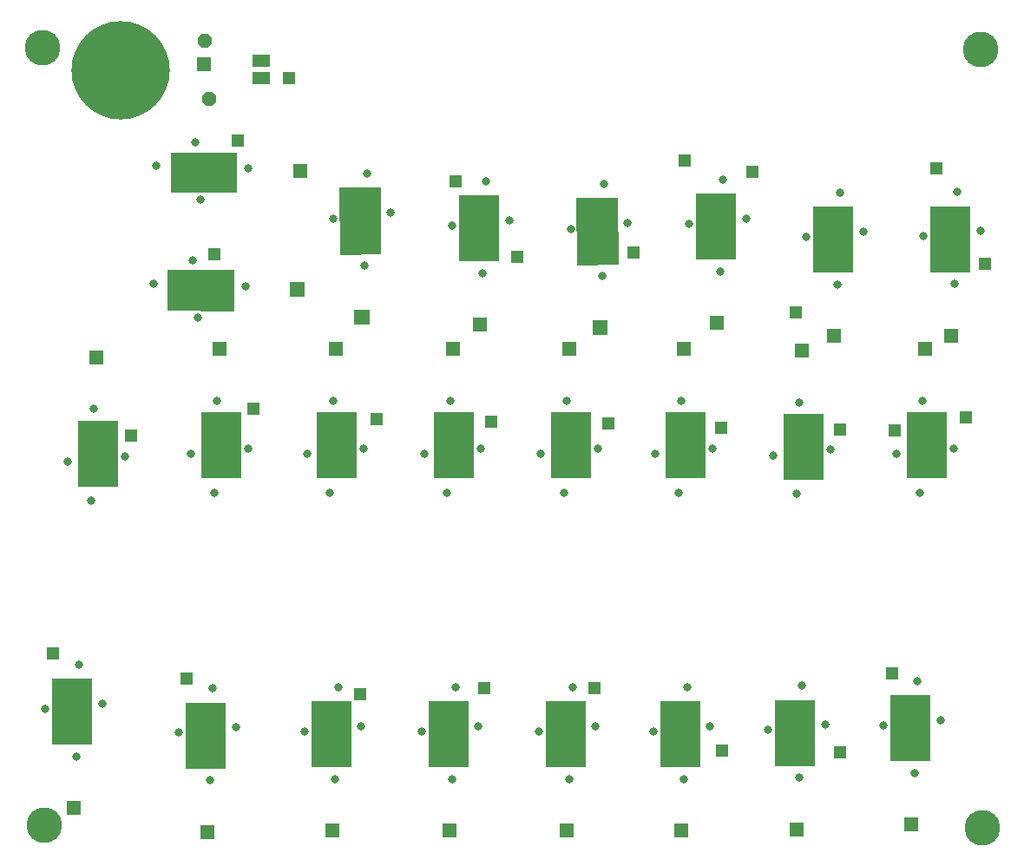
<source format=gts>
G75*
%MOIN*%
%OFA0B0*%
%FSLAX25Y25*%
%IPPOS*%
%LPD*%
%AMOC8*
5,1,8,0,0,1.08239X$1,22.5*
%
%ADD10C,0.13635*%
%ADD11C,0.37808*%
%ADD12R,0.15800X0.25800*%
%ADD13R,0.05792X0.05792*%
%ADD14C,0.03162*%
%ADD15R,0.25800X0.15800*%
%ADD16R,0.05792X0.05792*%
%ADD17R,0.06509X0.04737*%
%ADD18R,0.04762X0.04762*%
%ADD19OC8,0.05550*%
%ADD20R,0.05550X0.05550*%
D10*
X0017102Y0014346D03*
X0016315Y0313244D03*
X0376669Y0312457D03*
X0377457Y0013559D03*
D11*
X0046472Y0304622D03*
D12*
X0184083Y0243709D03*
X0275106Y0244378D03*
X0320106Y0239378D03*
X0365106Y0239575D03*
X0356106Y0160378D03*
X0308744Y0159787D03*
X0263350Y0160378D03*
X0219335Y0160378D03*
X0174531Y0160378D03*
X0129531Y0160378D03*
X0085122Y0160378D03*
X0037760Y0157268D03*
X0027862Y0058118D03*
X0079201Y0048984D03*
X0127350Y0049378D03*
X0172350Y0049378D03*
X0217350Y0049378D03*
X0261366Y0049378D03*
X0305579Y0049969D03*
X0349791Y0051661D03*
D13*
X0350291Y0014661D03*
X0306079Y0012969D03*
X0261866Y0012378D03*
X0217850Y0012378D03*
X0172850Y0012378D03*
X0127850Y0012378D03*
X0079701Y0011984D03*
X0028362Y0021118D03*
X0037260Y0194268D03*
X0084622Y0197378D03*
X0129031Y0197378D03*
X0174031Y0197378D03*
X0184583Y0206709D03*
X0218835Y0197378D03*
X0262850Y0197378D03*
X0275606Y0207378D03*
X0308244Y0196787D03*
X0320606Y0202378D03*
X0355606Y0197378D03*
X0365606Y0202575D03*
X0115331Y0265685D03*
D14*
X0095488Y0266709D03*
X0077220Y0254819D03*
X0060213Y0267811D03*
X0075173Y0276748D03*
X0128168Y0247646D03*
X0141101Y0264699D03*
X0150090Y0249770D03*
X0140121Y0229420D03*
X0173717Y0244819D03*
X0185606Y0226551D03*
X0195646Y0246866D03*
X0186709Y0261827D03*
X0219296Y0243629D03*
X0232079Y0260794D03*
X0241198Y0245944D03*
X0264740Y0245488D03*
X0277732Y0262496D03*
X0286669Y0247535D03*
X0276630Y0227220D03*
X0309740Y0240488D03*
X0322732Y0257496D03*
X0331669Y0242535D03*
X0354740Y0240685D03*
X0367732Y0257693D03*
X0376669Y0242732D03*
X0366630Y0222417D03*
X0321630Y0222220D03*
X0307220Y0176945D03*
X0319110Y0158677D03*
X0306118Y0141669D03*
X0297181Y0156630D03*
X0273717Y0159268D03*
X0260724Y0142260D03*
X0251787Y0157220D03*
X0229701Y0159268D03*
X0216709Y0142260D03*
X0207772Y0157220D03*
X0217811Y0177535D03*
X0184898Y0159268D03*
X0171906Y0142260D03*
X0162969Y0157220D03*
X0173008Y0177535D03*
X0139898Y0159268D03*
X0126906Y0142260D03*
X0117969Y0157220D03*
X0095488Y0159268D03*
X0082496Y0142260D03*
X0073559Y0157220D03*
X0083598Y0177535D03*
X0048126Y0156157D03*
X0035134Y0139150D03*
X0026197Y0154110D03*
X0036236Y0174425D03*
X0076095Y0209522D03*
X0059110Y0222544D03*
X0074086Y0231455D03*
X0094383Y0221380D03*
X0128008Y0177535D03*
X0231408Y0225508D03*
X0261827Y0177535D03*
X0344543Y0157220D03*
X0353480Y0142260D03*
X0366472Y0159268D03*
X0354583Y0177535D03*
X0352417Y0069780D03*
X0361354Y0054819D03*
X0339425Y0052772D03*
X0351315Y0034504D03*
X0317142Y0053126D03*
X0308205Y0068087D03*
X0295213Y0051079D03*
X0307102Y0032811D03*
X0272929Y0052535D03*
X0263992Y0067496D03*
X0251000Y0050488D03*
X0228913Y0052535D03*
X0219976Y0067496D03*
X0206984Y0050488D03*
X0218874Y0032220D03*
X0183913Y0052535D03*
X0174976Y0067496D03*
X0161984Y0050488D03*
X0173874Y0032220D03*
X0138913Y0052535D03*
X0129976Y0067496D03*
X0116984Y0050488D03*
X0128874Y0032220D03*
X0090764Y0052142D03*
X0081827Y0067102D03*
X0068835Y0050094D03*
X0080724Y0031827D03*
X0039425Y0061276D03*
X0030488Y0076236D03*
X0017496Y0059228D03*
X0029386Y0040961D03*
X0262890Y0032220D03*
D15*
G36*
X0064337Y0227809D02*
X0090136Y0227764D01*
X0090109Y0211965D01*
X0064310Y0212010D01*
X0064337Y0227809D01*
G37*
X0078331Y0265185D03*
G36*
X0146392Y0259499D02*
X0146482Y0233700D01*
X0130684Y0233645D01*
X0130594Y0259444D01*
X0146392Y0259499D01*
G37*
G36*
X0237416Y0255640D02*
X0237732Y0229843D01*
X0221934Y0229650D01*
X0221618Y0255447D01*
X0237416Y0255640D01*
G37*
D16*
G36*
X0227696Y0208514D02*
X0233487Y0208585D01*
X0233558Y0202794D01*
X0227767Y0202723D01*
X0227696Y0208514D01*
G37*
G36*
X0136261Y0212459D02*
X0142052Y0212480D01*
X0142073Y0206689D01*
X0136282Y0206668D01*
X0136261Y0212459D01*
G37*
G36*
X0111323Y0217432D02*
X0111334Y0223223D01*
X0117125Y0223212D01*
X0117114Y0217421D01*
X0111323Y0217432D01*
G37*
D17*
X0100409Y0301630D03*
X0100409Y0308087D03*
D18*
X0111039Y0301472D03*
X0091551Y0277457D03*
X0082299Y0233953D03*
X0097457Y0174504D03*
X0144898Y0170370D03*
X0188795Y0169386D03*
X0233705Y0168823D03*
X0276984Y0167024D03*
X0322850Y0166630D03*
X0343717Y0166236D03*
X0371276Y0171157D03*
X0305724Y0211512D03*
X0243323Y0234346D03*
X0263008Y0269976D03*
X0289189Y0265449D03*
X0359661Y0266827D03*
X0378362Y0230016D03*
X0198638Y0232969D03*
X0175016Y0261906D03*
X0050409Y0164071D03*
X0020488Y0080409D03*
X0071669Y0070961D03*
X0138402Y0064661D03*
X0186039Y0067220D03*
X0228362Y0067024D03*
X0277575Y0043205D03*
X0322850Y0042614D03*
X0342732Y0072732D03*
D19*
X0080331Y0293598D03*
X0078953Y0315843D03*
D20*
X0078362Y0306787D03*
M02*

</source>
